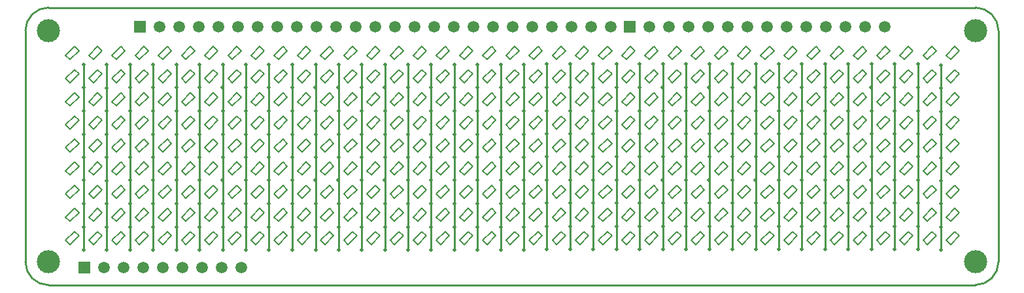
<source format=gbl>
G04*
G04 #@! TF.GenerationSoftware,Altium Limited,Altium Designer,18.1.9 (240)*
G04*
G04 Layer_Physical_Order=2*
G04 Layer_Color=16711680*
%FSLAX44Y44*%
%MOMM*%
G71*
G01*
G75*
%ADD11C,0.1270*%
%ADD12C,0.2540*%
%ADD19R,1.5000X1.5000*%
%ADD20C,1.5000*%
%ADD21C,0.5000*%
%ADD22C,3.0000*%
D11*
X1567903Y772496D02*
X1579216Y783810D01*
X1562246Y778153D02*
X1573560Y789467D01*
X1562246Y778153D02*
X1567903Y772496D01*
X1573560Y789467D02*
X1579216Y783810D01*
X1537903Y772496D02*
X1549217Y783810D01*
X1532246Y778153D02*
X1543560Y789467D01*
X1532246Y778153D02*
X1537903Y772496D01*
X1543560Y789467D02*
X1549217Y783810D01*
X1507903Y772496D02*
X1519216Y783810D01*
X1502246Y778153D02*
X1513560Y789467D01*
X1502246Y778153D02*
X1507903Y772496D01*
X1513560Y789467D02*
X1519216Y783810D01*
X1477903Y772496D02*
X1489217Y783810D01*
X1472246Y778153D02*
X1483560Y789467D01*
X1472246Y778153D02*
X1477903Y772496D01*
X1483560Y789467D02*
X1489217Y783810D01*
X1447903Y772496D02*
X1459217Y783810D01*
X1442246Y778153D02*
X1453560Y789467D01*
X1442246Y778153D02*
X1447903Y772496D01*
X1453560Y789467D02*
X1459217Y783810D01*
X1417903Y772496D02*
X1429216Y783810D01*
X1412246Y778153D02*
X1423560Y789467D01*
X1412246Y778153D02*
X1417903Y772496D01*
X1423560Y789467D02*
X1429216Y783810D01*
X1387903Y772496D02*
X1399217Y783810D01*
X1382246Y778153D02*
X1393560Y789467D01*
X1382246Y778153D02*
X1387903Y772496D01*
X1393560Y789467D02*
X1399217Y783810D01*
X1357903Y772496D02*
X1369216Y783810D01*
X1352246Y778153D02*
X1363560Y789467D01*
X1352246Y778153D02*
X1357903Y772496D01*
X1363560Y789467D02*
X1369216Y783810D01*
X1327903Y772496D02*
X1339217Y783810D01*
X1322246Y778153D02*
X1333560Y789467D01*
X1322246Y778153D02*
X1327903Y772496D01*
X1333560Y789467D02*
X1339217Y783810D01*
X1297903Y772496D02*
X1309217Y783810D01*
X1292246Y778153D02*
X1303560Y789467D01*
X1292246Y778153D02*
X1297903Y772496D01*
X1303560Y789467D02*
X1309217Y783810D01*
X1267903Y772496D02*
X1279217Y783810D01*
X1262246Y778153D02*
X1273560Y789467D01*
X1262246Y778153D02*
X1267903Y772496D01*
X1273560Y789467D02*
X1279217Y783810D01*
X1237903Y772496D02*
X1249217Y783810D01*
X1232246Y778153D02*
X1243560Y789467D01*
X1232246Y778153D02*
X1237903Y772496D01*
X1243560Y789467D02*
X1249217Y783810D01*
X1207903Y772496D02*
X1219217Y783810D01*
X1202246Y778153D02*
X1213560Y789467D01*
X1202246Y778153D02*
X1207903Y772496D01*
X1213560Y789467D02*
X1219217Y783810D01*
X1177903Y772496D02*
X1189217Y783810D01*
X1172246Y778153D02*
X1183560Y789467D01*
X1172246Y778153D02*
X1177903Y772496D01*
X1183560Y789467D02*
X1189217Y783810D01*
X1147903Y772496D02*
X1159217Y783810D01*
X1142246Y778153D02*
X1153560Y789467D01*
X1142246Y778153D02*
X1147903Y772496D01*
X1153560Y789467D02*
X1159217Y783810D01*
X1117903Y772496D02*
X1129217Y783810D01*
X1112246Y778153D02*
X1123560Y789467D01*
X1112246Y778153D02*
X1117903Y772496D01*
X1123560Y789467D02*
X1129217Y783810D01*
X1087903Y772496D02*
X1099217Y783810D01*
X1082246Y778153D02*
X1093560Y789467D01*
X1082246Y778153D02*
X1087903Y772496D01*
X1093560Y789467D02*
X1099217Y783810D01*
X1057903Y772496D02*
X1069217Y783810D01*
X1052246Y778153D02*
X1063560Y789467D01*
X1052246Y778153D02*
X1057903Y772496D01*
X1063560Y789467D02*
X1069217Y783810D01*
X1027903Y772496D02*
X1039217Y783810D01*
X1022246Y778153D02*
X1033560Y789467D01*
X1022246Y778153D02*
X1027903Y772496D01*
X1033560Y789467D02*
X1039217Y783810D01*
X997903Y772496D02*
X1009217Y783810D01*
X992246Y778153D02*
X1003560Y789467D01*
X992246Y778153D02*
X997903Y772496D01*
X1003560Y789467D02*
X1009217Y783810D01*
X967903Y772496D02*
X979217Y783810D01*
X962246Y778153D02*
X973560Y789467D01*
X962246Y778153D02*
X967903Y772496D01*
X973560Y789467D02*
X979217Y783810D01*
X937903Y772496D02*
X949217Y783810D01*
X932246Y778153D02*
X943560Y789467D01*
X932246Y778153D02*
X937903Y772496D01*
X943560Y789467D02*
X949217Y783810D01*
X907903Y772496D02*
X919217Y783810D01*
X902246Y778153D02*
X913560Y789467D01*
X902246Y778153D02*
X907903Y772496D01*
X913560Y789467D02*
X919217Y783810D01*
X877903Y772496D02*
X889217Y783810D01*
X872246Y778153D02*
X883560Y789467D01*
X872246Y778153D02*
X877903Y772496D01*
X883560Y789467D02*
X889217Y783810D01*
X847903Y772496D02*
X859217Y783810D01*
X842246Y778153D02*
X853560Y789467D01*
X842246Y778153D02*
X847903Y772496D01*
X853560Y789467D02*
X859217Y783810D01*
X817903Y772496D02*
X829217Y783810D01*
X812246Y778153D02*
X823560Y789467D01*
X812246Y778153D02*
X817903Y772496D01*
X823560Y789467D02*
X829217Y783810D01*
X787903Y772496D02*
X799217Y783810D01*
X782246Y778153D02*
X793560Y789467D01*
X782246Y778153D02*
X787903Y772496D01*
X793560Y789467D02*
X799217Y783810D01*
X757903Y772496D02*
X769217Y783810D01*
X752246Y778153D02*
X763560Y789467D01*
X752246Y778153D02*
X757903Y772496D01*
X763560Y789467D02*
X769217Y783810D01*
X727903Y772496D02*
X739217Y783810D01*
X722246Y778153D02*
X733560Y789467D01*
X722246Y778153D02*
X727903Y772496D01*
X733560Y789467D02*
X739217Y783810D01*
X697903Y772496D02*
X709217Y783810D01*
X692246Y778153D02*
X703560Y789467D01*
X692246Y778153D02*
X697903Y772496D01*
X703560Y789467D02*
X709217Y783810D01*
X667903Y772496D02*
X679217Y783810D01*
X662246Y778153D02*
X673560Y789467D01*
X662246Y778153D02*
X667903Y772496D01*
X673560Y789467D02*
X679217Y783810D01*
X637903Y772496D02*
X649217Y783810D01*
X632246Y778153D02*
X643560Y789467D01*
X632246Y778153D02*
X637903Y772496D01*
X643560Y789467D02*
X649217Y783810D01*
X607903Y772496D02*
X619217Y783810D01*
X602246Y778153D02*
X613560Y789467D01*
X602246Y778153D02*
X607903Y772496D01*
X613560Y789467D02*
X619217Y783810D01*
X577903Y772496D02*
X589217Y783810D01*
X572246Y778153D02*
X583560Y789467D01*
X572246Y778153D02*
X577903Y772496D01*
X583560Y789467D02*
X589217Y783810D01*
X547903Y772496D02*
X559217Y783810D01*
X542246Y778153D02*
X553560Y789467D01*
X542246Y778153D02*
X547903Y772496D01*
X553560Y789467D02*
X559217Y783810D01*
X517903Y772496D02*
X529217Y783810D01*
X512246Y778153D02*
X523560Y789467D01*
X512246Y778153D02*
X517903Y772496D01*
X523560Y789467D02*
X529217Y783810D01*
X487903Y772496D02*
X499217Y783810D01*
X482246Y778153D02*
X493560Y789467D01*
X482246Y778153D02*
X487903Y772496D01*
X493560Y789467D02*
X499217Y783810D01*
X457903Y772496D02*
X469217Y783810D01*
X452246Y778153D02*
X463560Y789467D01*
X452246Y778153D02*
X457903Y772496D01*
X463560Y789467D02*
X469217Y783810D01*
X427903Y772496D02*
X439217Y783810D01*
X422246Y778153D02*
X433560Y789467D01*
X422246Y778153D02*
X427903Y772496D01*
X433560Y789467D02*
X439217Y783810D01*
X1567903Y802496D02*
X1579216Y813810D01*
X1562246Y808153D02*
X1573560Y819467D01*
X1562246Y808153D02*
X1567903Y802496D01*
X1573560Y819467D02*
X1579216Y813810D01*
X1537903Y802496D02*
X1549217Y813810D01*
X1532246Y808153D02*
X1543560Y819467D01*
X1532246Y808153D02*
X1537903Y802496D01*
X1543560Y819467D02*
X1549217Y813810D01*
X1507903Y802496D02*
X1519216Y813810D01*
X1502246Y808153D02*
X1513560Y819467D01*
X1502246Y808153D02*
X1507903Y802496D01*
X1513560Y819467D02*
X1519216Y813810D01*
X1477903Y802496D02*
X1489217Y813810D01*
X1472246Y808153D02*
X1483560Y819467D01*
X1472246Y808153D02*
X1477903Y802496D01*
X1483560Y819467D02*
X1489217Y813810D01*
X1447903Y802496D02*
X1459217Y813810D01*
X1442246Y808153D02*
X1453560Y819467D01*
X1442246Y808153D02*
X1447903Y802496D01*
X1453560Y819467D02*
X1459217Y813810D01*
X1417903Y802496D02*
X1429216Y813810D01*
X1412246Y808153D02*
X1423560Y819467D01*
X1412246Y808153D02*
X1417903Y802496D01*
X1423560Y819467D02*
X1429216Y813810D01*
X1387903Y802496D02*
X1399217Y813810D01*
X1382246Y808153D02*
X1393560Y819467D01*
X1382246Y808153D02*
X1387903Y802496D01*
X1393560Y819467D02*
X1399217Y813810D01*
X1357903Y802496D02*
X1369216Y813810D01*
X1352246Y808153D02*
X1363560Y819467D01*
X1352246Y808153D02*
X1357903Y802496D01*
X1363560Y819467D02*
X1369216Y813810D01*
X1327903Y802496D02*
X1339217Y813810D01*
X1322246Y808153D02*
X1333560Y819467D01*
X1322246Y808153D02*
X1327903Y802496D01*
X1333560Y819467D02*
X1339217Y813810D01*
X1297903Y802496D02*
X1309217Y813810D01*
X1292246Y808153D02*
X1303560Y819467D01*
X1292246Y808153D02*
X1297903Y802496D01*
X1303560Y819467D02*
X1309217Y813810D01*
X1267903Y802496D02*
X1279217Y813810D01*
X1262246Y808153D02*
X1273560Y819467D01*
X1262246Y808153D02*
X1267903Y802496D01*
X1273560Y819467D02*
X1279217Y813810D01*
X1237903Y802496D02*
X1249217Y813810D01*
X1232246Y808153D02*
X1243560Y819467D01*
X1232246Y808153D02*
X1237903Y802496D01*
X1243560Y819467D02*
X1249217Y813810D01*
X1207903Y802496D02*
X1219217Y813810D01*
X1202246Y808153D02*
X1213560Y819467D01*
X1202246Y808153D02*
X1207903Y802496D01*
X1213560Y819467D02*
X1219217Y813810D01*
X1177903Y802496D02*
X1189217Y813810D01*
X1172246Y808153D02*
X1183560Y819467D01*
X1172246Y808153D02*
X1177903Y802496D01*
X1183560Y819467D02*
X1189217Y813810D01*
X1147903Y802496D02*
X1159217Y813810D01*
X1142246Y808153D02*
X1153560Y819467D01*
X1142246Y808153D02*
X1147903Y802496D01*
X1153560Y819467D02*
X1159217Y813810D01*
X1117903Y802496D02*
X1129217Y813810D01*
X1112246Y808153D02*
X1123560Y819467D01*
X1112246Y808153D02*
X1117903Y802496D01*
X1123560Y819467D02*
X1129217Y813810D01*
X1087903Y802496D02*
X1099217Y813810D01*
X1082246Y808153D02*
X1093560Y819467D01*
X1082246Y808153D02*
X1087903Y802496D01*
X1093560Y819467D02*
X1099217Y813810D01*
X1057903Y802496D02*
X1069217Y813810D01*
X1052246Y808153D02*
X1063560Y819467D01*
X1052246Y808153D02*
X1057903Y802496D01*
X1063560Y819467D02*
X1069217Y813810D01*
X1027903Y802496D02*
X1039217Y813810D01*
X1022246Y808153D02*
X1033560Y819467D01*
X1022246Y808153D02*
X1027903Y802496D01*
X1033560Y819467D02*
X1039217Y813810D01*
X997903Y802496D02*
X1009217Y813810D01*
X992246Y808153D02*
X1003560Y819467D01*
X992246Y808153D02*
X997903Y802496D01*
X1003560Y819467D02*
X1009217Y813810D01*
X967903Y802496D02*
X979217Y813810D01*
X962246Y808153D02*
X973560Y819467D01*
X962246Y808153D02*
X967903Y802496D01*
X973560Y819467D02*
X979217Y813810D01*
X937903Y802496D02*
X949217Y813810D01*
X932246Y808153D02*
X943560Y819467D01*
X932246Y808153D02*
X937903Y802496D01*
X943560Y819467D02*
X949217Y813810D01*
X907903Y802496D02*
X919217Y813810D01*
X902246Y808153D02*
X913560Y819467D01*
X902246Y808153D02*
X907903Y802496D01*
X913560Y819467D02*
X919217Y813810D01*
X877903Y802496D02*
X889217Y813810D01*
X872246Y808153D02*
X883560Y819467D01*
X872246Y808153D02*
X877903Y802496D01*
X883560Y819467D02*
X889217Y813810D01*
X847903Y802496D02*
X859217Y813810D01*
X842246Y808153D02*
X853560Y819467D01*
X842246Y808153D02*
X847903Y802496D01*
X853560Y819467D02*
X859217Y813810D01*
X817903Y802496D02*
X829217Y813810D01*
X812246Y808153D02*
X823560Y819467D01*
X812246Y808153D02*
X817903Y802496D01*
X823560Y819467D02*
X829217Y813810D01*
X787903Y802496D02*
X799217Y813810D01*
X782246Y808153D02*
X793560Y819467D01*
X782246Y808153D02*
X787903Y802496D01*
X793560Y819467D02*
X799217Y813810D01*
X757903Y802496D02*
X769217Y813810D01*
X752246Y808153D02*
X763560Y819467D01*
X752246Y808153D02*
X757903Y802496D01*
X763560Y819467D02*
X769217Y813810D01*
X727903Y802496D02*
X739217Y813810D01*
X722246Y808153D02*
X733560Y819467D01*
X722246Y808153D02*
X727903Y802496D01*
X733560Y819467D02*
X739217Y813810D01*
X697903Y802496D02*
X709217Y813810D01*
X692246Y808153D02*
X703560Y819467D01*
X692246Y808153D02*
X697903Y802496D01*
X703560Y819467D02*
X709217Y813810D01*
X667903Y802496D02*
X679217Y813810D01*
X662246Y808153D02*
X673560Y819467D01*
X662246Y808153D02*
X667903Y802496D01*
X673560Y819467D02*
X679217Y813810D01*
X637903Y802496D02*
X649217Y813810D01*
X632246Y808153D02*
X643560Y819467D01*
X632246Y808153D02*
X637903Y802496D01*
X643560Y819467D02*
X649217Y813810D01*
X607903Y802496D02*
X619217Y813810D01*
X602246Y808153D02*
X613560Y819467D01*
X602246Y808153D02*
X607903Y802496D01*
X613560Y819467D02*
X619217Y813810D01*
X577903Y802496D02*
X589217Y813810D01*
X572246Y808153D02*
X583560Y819467D01*
X572246Y808153D02*
X577903Y802496D01*
X583560Y819467D02*
X589217Y813810D01*
X547903Y802496D02*
X559217Y813810D01*
X542246Y808153D02*
X553560Y819467D01*
X542246Y808153D02*
X547903Y802496D01*
X553560Y819467D02*
X559217Y813810D01*
X517903Y802496D02*
X529217Y813810D01*
X512246Y808153D02*
X523560Y819467D01*
X512246Y808153D02*
X517903Y802496D01*
X523560Y819467D02*
X529217Y813810D01*
X487903Y802496D02*
X499217Y813810D01*
X482246Y808153D02*
X493560Y819467D01*
X482246Y808153D02*
X487903Y802496D01*
X493560Y819467D02*
X499217Y813810D01*
X457903Y802496D02*
X469217Y813810D01*
X452246Y808153D02*
X463560Y819467D01*
X452246Y808153D02*
X457903Y802496D01*
X463560Y819467D02*
X469217Y813810D01*
X427903Y802496D02*
X439217Y813810D01*
X422246Y808153D02*
X433560Y819467D01*
X422246Y808153D02*
X427903Y802496D01*
X433560Y819467D02*
X439217Y813810D01*
X1567903Y832496D02*
X1579216Y843810D01*
X1562246Y838153D02*
X1573560Y849467D01*
X1562246Y838153D02*
X1567903Y832496D01*
X1573560Y849467D02*
X1579216Y843810D01*
X1537903Y832496D02*
X1549217Y843810D01*
X1532246Y838153D02*
X1543560Y849467D01*
X1532246Y838153D02*
X1537903Y832496D01*
X1543560Y849467D02*
X1549217Y843810D01*
X1507903Y832496D02*
X1519216Y843810D01*
X1502246Y838153D02*
X1513560Y849467D01*
X1502246Y838153D02*
X1507903Y832496D01*
X1513560Y849467D02*
X1519216Y843810D01*
X1477903Y832496D02*
X1489217Y843810D01*
X1472246Y838153D02*
X1483560Y849467D01*
X1472246Y838153D02*
X1477903Y832496D01*
X1483560Y849467D02*
X1489217Y843810D01*
X1447903Y832496D02*
X1459217Y843810D01*
X1442246Y838153D02*
X1453560Y849467D01*
X1442246Y838153D02*
X1447903Y832496D01*
X1453560Y849467D02*
X1459217Y843810D01*
X1417903Y832496D02*
X1429216Y843810D01*
X1412246Y838153D02*
X1423560Y849467D01*
X1412246Y838153D02*
X1417903Y832496D01*
X1423560Y849467D02*
X1429216Y843810D01*
X1387903Y832496D02*
X1399217Y843810D01*
X1382246Y838153D02*
X1393560Y849467D01*
X1382246Y838153D02*
X1387903Y832496D01*
X1393560Y849467D02*
X1399217Y843810D01*
X1357903Y832496D02*
X1369216Y843810D01*
X1352246Y838153D02*
X1363560Y849467D01*
X1352246Y838153D02*
X1357903Y832496D01*
X1363560Y849467D02*
X1369216Y843810D01*
X1327903Y832496D02*
X1339217Y843810D01*
X1322246Y838153D02*
X1333560Y849467D01*
X1322246Y838153D02*
X1327903Y832496D01*
X1333560Y849467D02*
X1339217Y843810D01*
X1297903Y832496D02*
X1309217Y843810D01*
X1292246Y838153D02*
X1303560Y849467D01*
X1292246Y838153D02*
X1297903Y832496D01*
X1303560Y849467D02*
X1309217Y843810D01*
X1267903Y832496D02*
X1279217Y843810D01*
X1262246Y838153D02*
X1273560Y849467D01*
X1262246Y838153D02*
X1267903Y832496D01*
X1273560Y849467D02*
X1279217Y843810D01*
X1237903Y832496D02*
X1249217Y843810D01*
X1232246Y838153D02*
X1243560Y849467D01*
X1232246Y838153D02*
X1237903Y832496D01*
X1243560Y849467D02*
X1249217Y843810D01*
X1207903Y832496D02*
X1219217Y843810D01*
X1202246Y838153D02*
X1213560Y849467D01*
X1202246Y838153D02*
X1207903Y832496D01*
X1213560Y849467D02*
X1219217Y843810D01*
X1177903Y832496D02*
X1189217Y843810D01*
X1172246Y838153D02*
X1183560Y849467D01*
X1172246Y838153D02*
X1177903Y832496D01*
X1183560Y849467D02*
X1189217Y843810D01*
X1147903Y832496D02*
X1159217Y843810D01*
X1142246Y838153D02*
X1153560Y849467D01*
X1142246Y838153D02*
X1147903Y832496D01*
X1153560Y849467D02*
X1159217Y843810D01*
X1117903Y832496D02*
X1129217Y843810D01*
X1112246Y838153D02*
X1123560Y849467D01*
X1112246Y838153D02*
X1117903Y832496D01*
X1123560Y849467D02*
X1129217Y843810D01*
X1087903Y832496D02*
X1099217Y843810D01*
X1082246Y838153D02*
X1093560Y849467D01*
X1082246Y838153D02*
X1087903Y832496D01*
X1093560Y849467D02*
X1099217Y843810D01*
X1057903Y832496D02*
X1069217Y843810D01*
X1052246Y838153D02*
X1063560Y849467D01*
X1052246Y838153D02*
X1057903Y832496D01*
X1063560Y849467D02*
X1069217Y843810D01*
X1027903Y832496D02*
X1039217Y843810D01*
X1022246Y838153D02*
X1033560Y849467D01*
X1022246Y838153D02*
X1027903Y832496D01*
X1033560Y849467D02*
X1039217Y843810D01*
X997903Y832496D02*
X1009217Y843810D01*
X992246Y838153D02*
X1003560Y849467D01*
X992246Y838153D02*
X997903Y832496D01*
X1003560Y849467D02*
X1009217Y843810D01*
X967903Y832496D02*
X979217Y843810D01*
X962246Y838153D02*
X973560Y849467D01*
X962246Y838153D02*
X967903Y832496D01*
X973560Y849467D02*
X979217Y843810D01*
X937903Y832496D02*
X949217Y843810D01*
X932246Y838153D02*
X943560Y849467D01*
X932246Y838153D02*
X937903Y832496D01*
X943560Y849467D02*
X949217Y843810D01*
X907903Y832496D02*
X919217Y843810D01*
X902246Y838153D02*
X913560Y849467D01*
X902246Y838153D02*
X907903Y832496D01*
X913560Y849467D02*
X919217Y843810D01*
X877903Y832496D02*
X889217Y843810D01*
X872246Y838153D02*
X883560Y849467D01*
X872246Y838153D02*
X877903Y832496D01*
X883560Y849467D02*
X889217Y843810D01*
X847903Y832496D02*
X859217Y843810D01*
X842246Y838153D02*
X853560Y849467D01*
X842246Y838153D02*
X847903Y832496D01*
X853560Y849467D02*
X859217Y843810D01*
X817903Y832496D02*
X829217Y843810D01*
X812246Y838153D02*
X823560Y849467D01*
X812246Y838153D02*
X817903Y832496D01*
X823560Y849467D02*
X829217Y843810D01*
X787903Y832496D02*
X799217Y843810D01*
X782246Y838153D02*
X793560Y849467D01*
X782246Y838153D02*
X787903Y832496D01*
X793560Y849467D02*
X799217Y843810D01*
X757903Y832496D02*
X769217Y843810D01*
X752246Y838153D02*
X763560Y849467D01*
X752246Y838153D02*
X757903Y832496D01*
X763560Y849467D02*
X769217Y843810D01*
X727903Y832496D02*
X739217Y843810D01*
X722246Y838153D02*
X733560Y849467D01*
X722246Y838153D02*
X727903Y832496D01*
X733560Y849467D02*
X739217Y843810D01*
X697903Y832496D02*
X709217Y843810D01*
X692246Y838153D02*
X703560Y849467D01*
X692246Y838153D02*
X697903Y832496D01*
X703560Y849467D02*
X709217Y843810D01*
X667903Y832496D02*
X679217Y843810D01*
X662246Y838153D02*
X673560Y849467D01*
X662246Y838153D02*
X667903Y832496D01*
X673560Y849467D02*
X679217Y843810D01*
X637903Y832496D02*
X649217Y843810D01*
X632246Y838153D02*
X643560Y849467D01*
X632246Y838153D02*
X637903Y832496D01*
X643560Y849467D02*
X649217Y843810D01*
X607903Y832496D02*
X619217Y843810D01*
X602246Y838153D02*
X613560Y849467D01*
X602246Y838153D02*
X607903Y832496D01*
X613560Y849467D02*
X619217Y843810D01*
X577903Y832496D02*
X589217Y843810D01*
X572246Y838153D02*
X583560Y849467D01*
X572246Y838153D02*
X577903Y832496D01*
X583560Y849467D02*
X589217Y843810D01*
X547903Y832496D02*
X559217Y843810D01*
X542246Y838153D02*
X553560Y849467D01*
X542246Y838153D02*
X547903Y832496D01*
X553560Y849467D02*
X559217Y843810D01*
X517903Y832496D02*
X529217Y843810D01*
X512246Y838153D02*
X523560Y849467D01*
X512246Y838153D02*
X517903Y832496D01*
X523560Y849467D02*
X529217Y843810D01*
X487903Y832496D02*
X499217Y843810D01*
X482246Y838153D02*
X493560Y849467D01*
X482246Y838153D02*
X487903Y832496D01*
X493560Y849467D02*
X499217Y843810D01*
X457903Y832496D02*
X469217Y843810D01*
X452246Y838153D02*
X463560Y849467D01*
X452246Y838153D02*
X457903Y832496D01*
X463560Y849467D02*
X469217Y843810D01*
X427903Y832496D02*
X439217Y843810D01*
X422246Y838153D02*
X433560Y849467D01*
X422246Y838153D02*
X427903Y832496D01*
X433560Y849467D02*
X439217Y843810D01*
X1567903Y862496D02*
X1579216Y873810D01*
X1562246Y868153D02*
X1573560Y879467D01*
X1562246Y868153D02*
X1567903Y862496D01*
X1573560Y879467D02*
X1579216Y873810D01*
X1537903Y862496D02*
X1549217Y873810D01*
X1532246Y868153D02*
X1543560Y879467D01*
X1532246Y868153D02*
X1537903Y862496D01*
X1543560Y879467D02*
X1549217Y873810D01*
X1507903Y862496D02*
X1519216Y873810D01*
X1502246Y868153D02*
X1513560Y879467D01*
X1502246Y868153D02*
X1507903Y862496D01*
X1513560Y879467D02*
X1519216Y873810D01*
X1477903Y862496D02*
X1489217Y873810D01*
X1472246Y868153D02*
X1483560Y879467D01*
X1472246Y868153D02*
X1477903Y862496D01*
X1483560Y879467D02*
X1489217Y873810D01*
X1447903Y862496D02*
X1459217Y873810D01*
X1442246Y868153D02*
X1453560Y879467D01*
X1442246Y868153D02*
X1447903Y862496D01*
X1453560Y879467D02*
X1459217Y873810D01*
X1417903Y862496D02*
X1429216Y873810D01*
X1412246Y868153D02*
X1423560Y879467D01*
X1412246Y868153D02*
X1417903Y862496D01*
X1423560Y879467D02*
X1429216Y873810D01*
X1387903Y862496D02*
X1399217Y873810D01*
X1382246Y868153D02*
X1393560Y879467D01*
X1382246Y868153D02*
X1387903Y862496D01*
X1393560Y879467D02*
X1399217Y873810D01*
X1357903Y862496D02*
X1369216Y873810D01*
X1352246Y868153D02*
X1363560Y879467D01*
X1352246Y868153D02*
X1357903Y862496D01*
X1363560Y879467D02*
X1369216Y873810D01*
X1327903Y862496D02*
X1339217Y873810D01*
X1322246Y868153D02*
X1333560Y879467D01*
X1322246Y868153D02*
X1327903Y862496D01*
X1333560Y879467D02*
X1339217Y873810D01*
X1297903Y862496D02*
X1309217Y873810D01*
X1292246Y868153D02*
X1303560Y879467D01*
X1292246Y868153D02*
X1297903Y862496D01*
X1303560Y879467D02*
X1309217Y873810D01*
X1267903Y862496D02*
X1279217Y873810D01*
X1262246Y868153D02*
X1273560Y879467D01*
X1262246Y868153D02*
X1267903Y862496D01*
X1273560Y879467D02*
X1279217Y873810D01*
X1237903Y862496D02*
X1249217Y873810D01*
X1232246Y868153D02*
X1243560Y879467D01*
X1232246Y868153D02*
X1237903Y862496D01*
X1243560Y879467D02*
X1249217Y873810D01*
X1207903Y862496D02*
X1219217Y873810D01*
X1202246Y868153D02*
X1213560Y879467D01*
X1202246Y868153D02*
X1207903Y862496D01*
X1213560Y879467D02*
X1219217Y873810D01*
X1177903Y862496D02*
X1189217Y873810D01*
X1172246Y868153D02*
X1183560Y879467D01*
X1172246Y868153D02*
X1177903Y862496D01*
X1183560Y879467D02*
X1189217Y873810D01*
X1147903Y862496D02*
X1159217Y873810D01*
X1142246Y868153D02*
X1153560Y879467D01*
X1142246Y868153D02*
X1147903Y862496D01*
X1153560Y879467D02*
X1159217Y873810D01*
X1117903Y862496D02*
X1129217Y873810D01*
X1112246Y868153D02*
X1123560Y879467D01*
X1112246Y868153D02*
X1117903Y862496D01*
X1123560Y879467D02*
X1129217Y873810D01*
X1087903Y862496D02*
X1099217Y873810D01*
X1082246Y868153D02*
X1093560Y879467D01*
X1082246Y868153D02*
X1087903Y862496D01*
X1093560Y879467D02*
X1099217Y873810D01*
X1057903Y862496D02*
X1069217Y873810D01*
X1052246Y868153D02*
X1063560Y879467D01*
X1052246Y868153D02*
X1057903Y862496D01*
X1063560Y879467D02*
X1069217Y873810D01*
X1027903Y862496D02*
X1039217Y873810D01*
X1022246Y868153D02*
X1033560Y879467D01*
X1022246Y868153D02*
X1027903Y862496D01*
X1033560Y879467D02*
X1039217Y873810D01*
X997903Y862496D02*
X1009217Y873810D01*
X992246Y868153D02*
X1003560Y879467D01*
X992246Y868153D02*
X997903Y862496D01*
X1003560Y879467D02*
X1009217Y873810D01*
X967903Y862496D02*
X979217Y873810D01*
X962246Y868153D02*
X973560Y879467D01*
X962246Y868153D02*
X967903Y862496D01*
X973560Y879467D02*
X979217Y873810D01*
X937903Y862496D02*
X949217Y873810D01*
X932246Y868153D02*
X943560Y879467D01*
X932246Y868153D02*
X937903Y862496D01*
X943560Y879467D02*
X949217Y873810D01*
X907903Y862496D02*
X919217Y873810D01*
X902246Y868153D02*
X913560Y879467D01*
X902246Y868153D02*
X907903Y862496D01*
X913560Y879467D02*
X919217Y873810D01*
X877903Y862496D02*
X889217Y873810D01*
X872246Y868153D02*
X883560Y879467D01*
X872246Y868153D02*
X877903Y862496D01*
X883560Y879467D02*
X889217Y873810D01*
X847903Y862496D02*
X859217Y873810D01*
X842246Y868153D02*
X853560Y879467D01*
X842246Y868153D02*
X847903Y862496D01*
X853560Y879467D02*
X859217Y873810D01*
X817903Y862496D02*
X829217Y873810D01*
X812246Y868153D02*
X823560Y879467D01*
X812246Y868153D02*
X817903Y862496D01*
X823560Y879467D02*
X829217Y873810D01*
X787903Y862496D02*
X799217Y873810D01*
X782246Y868153D02*
X793560Y879467D01*
X782246Y868153D02*
X787903Y862496D01*
X793560Y879467D02*
X799217Y873810D01*
X757903Y862496D02*
X769217Y873810D01*
X752246Y868153D02*
X763560Y879467D01*
X752246Y868153D02*
X757903Y862496D01*
X763560Y879467D02*
X769217Y873810D01*
X727903Y862496D02*
X739217Y873810D01*
X722246Y868153D02*
X733560Y879467D01*
X722246Y868153D02*
X727903Y862496D01*
X733560Y879467D02*
X739217Y873810D01*
X697903Y862496D02*
X709217Y873810D01*
X692246Y868153D02*
X703560Y879467D01*
X692246Y868153D02*
X697903Y862496D01*
X703560Y879467D02*
X709217Y873810D01*
X667903Y862496D02*
X679217Y873810D01*
X662246Y868153D02*
X673560Y879467D01*
X662246Y868153D02*
X667903Y862496D01*
X673560Y879467D02*
X679217Y873810D01*
X637903Y862496D02*
X649217Y873810D01*
X632246Y868153D02*
X643560Y879467D01*
X632246Y868153D02*
X637903Y862496D01*
X643560Y879467D02*
X649217Y873810D01*
X607903Y862496D02*
X619217Y873810D01*
X602246Y868153D02*
X613560Y879467D01*
X602246Y868153D02*
X607903Y862496D01*
X613560Y879467D02*
X619217Y873810D01*
X577903Y862496D02*
X589217Y873810D01*
X572246Y868153D02*
X583560Y879467D01*
X572246Y868153D02*
X577903Y862496D01*
X583560Y879467D02*
X589217Y873810D01*
X547903Y862496D02*
X559217Y873810D01*
X542246Y868153D02*
X553560Y879467D01*
X542246Y868153D02*
X547903Y862496D01*
X553560Y879467D02*
X559217Y873810D01*
X517903Y862496D02*
X529217Y873810D01*
X512246Y868153D02*
X523560Y879467D01*
X512246Y868153D02*
X517903Y862496D01*
X523560Y879467D02*
X529217Y873810D01*
X487903Y862496D02*
X499217Y873810D01*
X482246Y868153D02*
X493560Y879467D01*
X482246Y868153D02*
X487903Y862496D01*
X493560Y879467D02*
X499217Y873810D01*
X457903Y862496D02*
X469217Y873810D01*
X452246Y868153D02*
X463560Y879467D01*
X452246Y868153D02*
X457903Y862496D01*
X463560Y879467D02*
X469217Y873810D01*
X427903Y862496D02*
X439217Y873810D01*
X422246Y868153D02*
X433560Y879467D01*
X422246Y868153D02*
X427903Y862496D01*
X433560Y879467D02*
X439217Y873810D01*
X1567903Y892496D02*
X1579216Y903810D01*
X1562246Y898153D02*
X1573560Y909467D01*
X1562246Y898153D02*
X1567903Y892496D01*
X1573560Y909467D02*
X1579216Y903810D01*
X1537903Y892496D02*
X1549217Y903810D01*
X1532246Y898153D02*
X1543560Y909467D01*
X1532246Y898153D02*
X1537903Y892496D01*
X1543560Y909467D02*
X1549217Y903810D01*
X1507903Y892496D02*
X1519216Y903810D01*
X1502246Y898153D02*
X1513560Y909467D01*
X1502246Y898153D02*
X1507903Y892496D01*
X1513560Y909467D02*
X1519216Y903810D01*
X1477903Y892496D02*
X1489217Y903810D01*
X1472246Y898153D02*
X1483560Y909467D01*
X1472246Y898153D02*
X1477903Y892496D01*
X1483560Y909467D02*
X1489217Y903810D01*
X1447903Y892496D02*
X1459217Y903810D01*
X1442246Y898153D02*
X1453560Y909467D01*
X1442246Y898153D02*
X1447903Y892496D01*
X1453560Y909467D02*
X1459217Y903810D01*
X1417903Y892496D02*
X1429216Y903810D01*
X1412246Y898153D02*
X1423560Y909467D01*
X1412246Y898153D02*
X1417903Y892496D01*
X1423560Y909467D02*
X1429216Y903810D01*
X1387903Y892496D02*
X1399217Y903810D01*
X1382246Y898153D02*
X1393560Y909467D01*
X1382246Y898153D02*
X1387903Y892496D01*
X1393560Y909467D02*
X1399217Y903810D01*
X1357903Y892496D02*
X1369216Y903810D01*
X1352246Y898153D02*
X1363560Y909467D01*
X1352246Y898153D02*
X1357903Y892496D01*
X1363560Y909467D02*
X1369216Y903810D01*
X1327903Y892496D02*
X1339217Y903810D01*
X1322246Y898153D02*
X1333560Y909467D01*
X1322246Y898153D02*
X1327903Y892496D01*
X1333560Y909467D02*
X1339217Y903810D01*
X1297903Y892496D02*
X1309217Y903810D01*
X1292246Y898153D02*
X1303560Y909467D01*
X1292246Y898153D02*
X1297903Y892496D01*
X1303560Y909467D02*
X1309217Y903810D01*
X1267903Y892496D02*
X1279217Y903810D01*
X1262246Y898153D02*
X1273560Y909467D01*
X1262246Y898153D02*
X1267903Y892496D01*
X1273560Y909467D02*
X1279217Y903810D01*
X1237903Y892496D02*
X1249217Y903810D01*
X1232246Y898153D02*
X1243560Y909467D01*
X1232246Y898153D02*
X1237903Y892496D01*
X1243560Y909467D02*
X1249217Y903810D01*
X1207903Y892496D02*
X1219217Y903810D01*
X1202246Y898153D02*
X1213560Y909467D01*
X1202246Y898153D02*
X1207903Y892496D01*
X1213560Y909467D02*
X1219217Y903810D01*
X1177903Y892496D02*
X1189217Y903810D01*
X1172246Y898153D02*
X1183560Y909467D01*
X1172246Y898153D02*
X1177903Y892496D01*
X1183560Y909467D02*
X1189217Y903810D01*
X1147903Y892496D02*
X1159217Y903810D01*
X1142246Y898153D02*
X1153560Y909467D01*
X1142246Y898153D02*
X1147903Y892496D01*
X1153560Y909467D02*
X1159217Y903810D01*
X1117903Y892496D02*
X1129217Y903810D01*
X1112246Y898153D02*
X1123560Y909467D01*
X1112246Y898153D02*
X1117903Y892496D01*
X1123560Y909467D02*
X1129217Y903810D01*
X1087903Y892496D02*
X1099217Y903810D01*
X1082246Y898153D02*
X1093560Y909467D01*
X1082246Y898153D02*
X1087903Y892496D01*
X1093560Y909467D02*
X1099217Y903810D01*
X1057903Y892496D02*
X1069217Y903810D01*
X1052246Y898153D02*
X1063560Y909467D01*
X1052246Y898153D02*
X1057903Y892496D01*
X1063560Y909467D02*
X1069217Y903810D01*
X1027903Y892496D02*
X1039217Y903810D01*
X1022246Y898153D02*
X1033560Y909467D01*
X1022246Y898153D02*
X1027903Y892496D01*
X1033560Y909467D02*
X1039217Y903810D01*
X997903Y892496D02*
X1009217Y903810D01*
X992246Y898153D02*
X1003560Y909467D01*
X992246Y898153D02*
X997903Y892496D01*
X1003560Y909467D02*
X1009217Y903810D01*
X967903Y892496D02*
X979217Y903810D01*
X962246Y898153D02*
X973560Y909467D01*
X962246Y898153D02*
X967903Y892496D01*
X973560Y909467D02*
X979217Y903810D01*
X937903Y892496D02*
X949217Y903810D01*
X932246Y898153D02*
X943560Y909467D01*
X932246Y898153D02*
X937903Y892496D01*
X943560Y909467D02*
X949217Y903810D01*
X907903Y892496D02*
X919217Y903810D01*
X902246Y898153D02*
X913560Y909467D01*
X902246Y898153D02*
X907903Y892496D01*
X913560Y909467D02*
X919217Y903810D01*
X877903Y892496D02*
X889217Y903810D01*
X872246Y898153D02*
X883560Y909467D01*
X872246Y898153D02*
X877903Y892496D01*
X883560Y909467D02*
X889217Y903810D01*
X847903Y892496D02*
X859217Y903810D01*
X842246Y898153D02*
X853560Y909467D01*
X842246Y898153D02*
X847903Y892496D01*
X853560Y909467D02*
X859217Y903810D01*
X817903Y892496D02*
X829217Y903810D01*
X812246Y898153D02*
X823560Y909467D01*
X812246Y898153D02*
X817903Y892496D01*
X823560Y909467D02*
X829217Y903810D01*
X787903Y892496D02*
X799217Y903810D01*
X782246Y898153D02*
X793560Y909467D01*
X782246Y898153D02*
X787903Y892496D01*
X793560Y909467D02*
X799217Y903810D01*
X757903Y892496D02*
X769217Y903810D01*
X752246Y898153D02*
X763560Y909467D01*
X752246Y898153D02*
X757903Y892496D01*
X763560Y909467D02*
X769217Y903810D01*
X727903Y892496D02*
X739217Y903810D01*
X722246Y898153D02*
X733560Y909467D01*
X722246Y898153D02*
X727903Y892496D01*
X733560Y909467D02*
X739217Y903810D01*
X697903Y892496D02*
X709217Y903810D01*
X692246Y898153D02*
X703560Y909467D01*
X692246Y898153D02*
X697903Y892496D01*
X703560Y909467D02*
X709217Y903810D01*
X667903Y892496D02*
X679217Y903810D01*
X662246Y898153D02*
X673560Y909467D01*
X662246Y898153D02*
X667903Y892496D01*
X673560Y909467D02*
X679217Y903810D01*
X637903Y892496D02*
X649217Y903810D01*
X632246Y898153D02*
X643560Y909467D01*
X632246Y898153D02*
X637903Y892496D01*
X643560Y909467D02*
X649217Y903810D01*
X607903Y892496D02*
X619217Y903810D01*
X602246Y898153D02*
X613560Y909467D01*
X602246Y898153D02*
X607903Y892496D01*
X613560Y909467D02*
X619217Y903810D01*
X577903Y892496D02*
X589217Y903810D01*
X572246Y898153D02*
X583560Y909467D01*
X572246Y898153D02*
X577903Y892496D01*
X583560Y909467D02*
X589217Y903810D01*
X547903Y892496D02*
X559217Y903810D01*
X542246Y898153D02*
X553560Y909467D01*
X542246Y898153D02*
X547903Y892496D01*
X553560Y909467D02*
X559217Y903810D01*
X517903Y892496D02*
X529217Y903810D01*
X512246Y898153D02*
X523560Y909467D01*
X512246Y898153D02*
X517903Y892496D01*
X523560Y909467D02*
X529217Y903810D01*
X487903Y892496D02*
X499217Y903810D01*
X482246Y898153D02*
X493560Y909467D01*
X482246Y898153D02*
X487903Y892496D01*
X493560Y909467D02*
X499217Y903810D01*
X457903Y892496D02*
X469217Y903810D01*
X452246Y898153D02*
X463560Y909467D01*
X452246Y898153D02*
X457903Y892496D01*
X463560Y909467D02*
X469217Y903810D01*
X427903Y892496D02*
X439217Y903810D01*
X422246Y898153D02*
X433560Y909467D01*
X422246Y898153D02*
X427903Y892496D01*
X433560Y909467D02*
X439217Y903810D01*
X1567903Y922496D02*
X1579216Y933810D01*
X1562246Y928153D02*
X1573560Y939467D01*
X1562246Y928153D02*
X1567903Y922496D01*
X1573560Y939467D02*
X1579216Y933810D01*
X1537903Y922496D02*
X1549217Y933810D01*
X1532246Y928153D02*
X1543560Y939467D01*
X1532246Y928153D02*
X1537903Y922496D01*
X1543560Y939467D02*
X1549217Y933810D01*
X1507903Y922496D02*
X1519216Y933810D01*
X1502246Y928153D02*
X1513560Y939467D01*
X1502246Y928153D02*
X1507903Y922496D01*
X1513560Y939467D02*
X1519216Y933810D01*
X1477903Y922496D02*
X1489217Y933810D01*
X1472246Y928153D02*
X1483560Y939467D01*
X1472246Y928153D02*
X1477903Y922496D01*
X1483560Y939467D02*
X1489217Y933810D01*
X1447903Y922496D02*
X1459217Y933810D01*
X1442246Y928153D02*
X1453560Y939467D01*
X1442246Y928153D02*
X1447903Y922496D01*
X1453560Y939467D02*
X1459217Y933810D01*
X1417903Y922496D02*
X1429216Y933810D01*
X1412246Y928153D02*
X1423560Y939467D01*
X1412246Y928153D02*
X1417903Y922496D01*
X1423560Y939467D02*
X1429216Y933810D01*
X1387903Y922496D02*
X1399217Y933810D01*
X1382246Y928153D02*
X1393560Y939467D01*
X1382246Y928153D02*
X1387903Y922496D01*
X1393560Y939467D02*
X1399217Y933810D01*
X1357903Y922496D02*
X1369216Y933810D01*
X1352246Y928153D02*
X1363560Y939467D01*
X1352246Y928153D02*
X1357903Y922496D01*
X1363560Y939467D02*
X1369216Y933810D01*
X1327903Y922496D02*
X1339217Y933810D01*
X1322246Y928153D02*
X1333560Y939467D01*
X1322246Y928153D02*
X1327903Y922496D01*
X1333560Y939467D02*
X1339217Y933810D01*
X1297903Y922496D02*
X1309217Y933810D01*
X1292246Y928153D02*
X1303560Y939467D01*
X1292246Y928153D02*
X1297903Y922496D01*
X1303560Y939467D02*
X1309217Y933810D01*
X1267903Y922496D02*
X1279217Y933810D01*
X1262246Y928153D02*
X1273560Y939467D01*
X1262246Y928153D02*
X1267903Y922496D01*
X1273560Y939467D02*
X1279217Y933810D01*
X1237903Y922496D02*
X1249217Y933810D01*
X1232246Y928153D02*
X1243560Y939467D01*
X1232246Y928153D02*
X1237903Y922496D01*
X1243560Y939467D02*
X1249217Y933810D01*
X1207903Y922496D02*
X1219217Y933810D01*
X1202246Y928153D02*
X1213560Y939467D01*
X1202246Y928153D02*
X1207903Y922496D01*
X1213560Y939467D02*
X1219217Y933810D01*
X1177903Y922496D02*
X1189217Y933810D01*
X1172246Y928153D02*
X1183560Y939467D01*
X1172246Y928153D02*
X1177903Y922496D01*
X1183560Y939467D02*
X1189217Y933810D01*
X1147903Y922496D02*
X1159217Y933810D01*
X1142246Y928153D02*
X1153560Y939467D01*
X1142246Y928153D02*
X1147903Y922496D01*
X1153560Y939467D02*
X1159217Y933810D01*
X1117903Y922496D02*
X1129217Y933810D01*
X1112246Y928153D02*
X1123560Y939467D01*
X1112246Y928153D02*
X1117903Y922496D01*
X1123560Y939467D02*
X1129217Y933810D01*
X1087903Y922496D02*
X1099217Y933810D01*
X1082246Y928153D02*
X1093560Y939467D01*
X1082246Y928153D02*
X1087903Y922496D01*
X1093560Y939467D02*
X1099217Y933810D01*
X1057903Y922496D02*
X1069217Y933810D01*
X1052246Y928153D02*
X1063560Y939467D01*
X1052246Y928153D02*
X1057903Y922496D01*
X1063560Y939467D02*
X1069217Y933810D01*
X1027903Y922496D02*
X1039217Y933810D01*
X1022246Y928153D02*
X1033560Y939467D01*
X1022246Y928153D02*
X1027903Y922496D01*
X1033560Y939467D02*
X1039217Y933810D01*
X997903Y922496D02*
X1009217Y933810D01*
X992246Y928153D02*
X1003560Y939467D01*
X992246Y928153D02*
X997903Y922496D01*
X1003560Y939467D02*
X1009217Y933810D01*
X967903Y922496D02*
X979217Y933810D01*
X962246Y928153D02*
X973560Y939467D01*
X962246Y928153D02*
X967903Y922496D01*
X973560Y939467D02*
X979217Y933810D01*
X937903Y922496D02*
X949217Y933810D01*
X932246Y928153D02*
X943560Y939467D01*
X932246Y928153D02*
X937903Y922496D01*
X943560Y939467D02*
X949217Y933810D01*
X907903Y922496D02*
X919217Y933810D01*
X902246Y928153D02*
X913560Y939467D01*
X902246Y928153D02*
X907903Y922496D01*
X913560Y939467D02*
X919217Y933810D01*
X877903Y922496D02*
X889217Y933810D01*
X872246Y928153D02*
X883560Y939467D01*
X872246Y928153D02*
X877903Y922496D01*
X883560Y939467D02*
X889217Y933810D01*
X847903Y922496D02*
X859217Y933810D01*
X842246Y928153D02*
X853560Y939467D01*
X842246Y928153D02*
X847903Y922496D01*
X853560Y939467D02*
X859217Y933810D01*
X817903Y922496D02*
X829217Y933810D01*
X812246Y928153D02*
X823560Y939467D01*
X812246Y928153D02*
X817903Y922496D01*
X823560Y939467D02*
X829217Y933810D01*
X787903Y922496D02*
X799217Y933810D01*
X782246Y928153D02*
X793560Y939467D01*
X782246Y928153D02*
X787903Y922496D01*
X793560Y939467D02*
X799217Y933810D01*
X757903Y922496D02*
X769217Y933810D01*
X752246Y928153D02*
X763560Y939467D01*
X752246Y928153D02*
X757903Y922496D01*
X763560Y939467D02*
X769217Y933810D01*
X727903Y922496D02*
X739217Y933810D01*
X722246Y928153D02*
X733560Y939467D01*
X722246Y928153D02*
X727903Y922496D01*
X733560Y939467D02*
X739217Y933810D01*
X697903Y922496D02*
X709217Y933810D01*
X692246Y928153D02*
X703560Y939467D01*
X692246Y928153D02*
X697903Y922496D01*
X703560Y939467D02*
X709217Y933810D01*
X667903Y922496D02*
X679217Y933810D01*
X662246Y928153D02*
X673560Y939467D01*
X662246Y928153D02*
X667903Y922496D01*
X673560Y939467D02*
X679217Y933810D01*
X637903Y922496D02*
X649217Y933810D01*
X632246Y928153D02*
X643560Y939467D01*
X632246Y928153D02*
X637903Y922496D01*
X643560Y939467D02*
X649217Y933810D01*
X607903Y922496D02*
X619217Y933810D01*
X602246Y928153D02*
X613560Y939467D01*
X602246Y928153D02*
X607903Y922496D01*
X613560Y939467D02*
X619217Y933810D01*
X577903Y922496D02*
X589217Y933810D01*
X572246Y928153D02*
X583560Y939467D01*
X572246Y928153D02*
X577903Y922496D01*
X583560Y939467D02*
X589217Y933810D01*
X547903Y922496D02*
X559217Y933810D01*
X542246Y928153D02*
X553560Y939467D01*
X542246Y928153D02*
X547903Y922496D01*
X553560Y939467D02*
X559217Y933810D01*
X517903Y922496D02*
X529217Y933810D01*
X512246Y928153D02*
X523560Y939467D01*
X512246Y928153D02*
X517903Y922496D01*
X523560Y939467D02*
X529217Y933810D01*
X487903Y922496D02*
X499217Y933810D01*
X482246Y928153D02*
X493560Y939467D01*
X482246Y928153D02*
X487903Y922496D01*
X493560Y939467D02*
X499217Y933810D01*
X457903Y922496D02*
X469217Y933810D01*
X452246Y928153D02*
X463560Y939467D01*
X452246Y928153D02*
X457903Y922496D01*
X463560Y939467D02*
X469217Y933810D01*
X427903Y922496D02*
X439217Y933810D01*
X422246Y928153D02*
X433560Y939467D01*
X422246Y928153D02*
X427903Y922496D01*
X433560Y939467D02*
X439217Y933810D01*
X1567903Y952496D02*
X1579216Y963810D01*
X1562246Y958153D02*
X1573560Y969467D01*
X1562246Y958153D02*
X1567903Y952496D01*
X1573560Y969467D02*
X1579216Y963810D01*
X1537903Y952496D02*
X1549217Y963810D01*
X1532246Y958153D02*
X1543560Y969467D01*
X1532246Y958153D02*
X1537903Y952496D01*
X1543560Y969467D02*
X1549217Y963810D01*
X1507903Y952496D02*
X1519216Y963810D01*
X1502246Y958153D02*
X1513560Y969467D01*
X1502246Y958153D02*
X1507903Y952496D01*
X1513560Y969467D02*
X1519216Y963810D01*
X1477903Y952496D02*
X1489217Y963810D01*
X1472246Y958153D02*
X1483560Y969467D01*
X1472246Y958153D02*
X1477903Y952496D01*
X1483560Y969467D02*
X1489217Y963810D01*
X1447903Y952496D02*
X1459217Y963810D01*
X1442246Y958153D02*
X1453560Y969467D01*
X1442246Y958153D02*
X1447903Y952496D01*
X1453560Y969467D02*
X1459217Y963810D01*
X1417903Y952496D02*
X1429216Y963810D01*
X1412246Y958153D02*
X1423560Y969467D01*
X1412246Y958153D02*
X1417903Y952496D01*
X1423560Y969467D02*
X1429216Y963810D01*
X1387903Y952496D02*
X1399217Y963810D01*
X1382246Y958153D02*
X1393560Y969467D01*
X1382246Y958153D02*
X1387903Y952496D01*
X1393560Y969467D02*
X1399217Y963810D01*
X1357903Y952496D02*
X1369216Y963810D01*
X1352246Y958153D02*
X1363560Y969467D01*
X1352246Y958153D02*
X1357903Y952496D01*
X1363560Y969467D02*
X1369216Y963810D01*
X1327903Y952496D02*
X1339217Y963810D01*
X1322246Y958153D02*
X1333560Y969467D01*
X1322246Y958153D02*
X1327903Y952496D01*
X1333560Y969467D02*
X1339217Y963810D01*
X1297903Y952496D02*
X1309217Y963810D01*
X1292246Y958153D02*
X1303560Y969467D01*
X1292246Y958153D02*
X1297903Y952496D01*
X1303560Y969467D02*
X1309217Y963810D01*
X1267903Y952496D02*
X1279217Y963810D01*
X1262246Y958153D02*
X1273560Y969467D01*
X1262246Y958153D02*
X1267903Y952496D01*
X1273560Y969467D02*
X1279217Y963810D01*
X1237903Y952496D02*
X1249217Y963810D01*
X1232246Y958153D02*
X1243560Y969467D01*
X1232246Y958153D02*
X1237903Y952496D01*
X1243560Y969467D02*
X1249217Y963810D01*
X1207903Y952496D02*
X1219217Y963810D01*
X1202246Y958153D02*
X1213560Y969467D01*
X1202246Y958153D02*
X1207903Y952496D01*
X1213560Y969467D02*
X1219217Y963810D01*
X1177903Y952496D02*
X1189217Y963810D01*
X1172246Y958153D02*
X1183560Y969467D01*
X1172246Y958153D02*
X1177903Y952496D01*
X1183560Y969467D02*
X1189217Y963810D01*
X1147903Y952496D02*
X1159217Y963810D01*
X1142246Y958153D02*
X1153560Y969467D01*
X1142246Y958153D02*
X1147903Y952496D01*
X1153560Y969467D02*
X1159217Y963810D01*
X1117903Y952496D02*
X1129217Y963810D01*
X1112246Y958153D02*
X1123560Y969467D01*
X1112246Y958153D02*
X1117903Y952496D01*
X1123560Y969467D02*
X1129217Y963810D01*
X1087903Y952496D02*
X1099217Y963810D01*
X1082246Y958153D02*
X1093560Y969467D01*
X1082246Y958153D02*
X1087903Y952496D01*
X1093560Y969467D02*
X1099217Y963810D01*
X1057903Y952496D02*
X1069217Y963810D01*
X1052246Y958153D02*
X1063560Y969467D01*
X1052246Y958153D02*
X1057903Y952496D01*
X1063560Y969467D02*
X1069217Y963810D01*
X1027903Y952496D02*
X1039217Y963810D01*
X1022246Y958153D02*
X1033560Y969467D01*
X1022246Y958153D02*
X1027903Y952496D01*
X1033560Y969467D02*
X1039217Y963810D01*
X997903Y952496D02*
X1009217Y963810D01*
X992246Y958153D02*
X1003560Y969467D01*
X992246Y958153D02*
X997903Y952496D01*
X1003560Y969467D02*
X1009217Y963810D01*
X967903Y952496D02*
X979217Y963810D01*
X962246Y958153D02*
X973560Y969467D01*
X962246Y958153D02*
X967903Y952496D01*
X973560Y969467D02*
X979217Y963810D01*
X937903Y952496D02*
X949217Y963810D01*
X932246Y958153D02*
X943560Y969467D01*
X932246Y958153D02*
X937903Y952496D01*
X943560Y969467D02*
X949217Y963810D01*
X907903Y952496D02*
X919217Y963810D01*
X902246Y958153D02*
X913560Y969467D01*
X902246Y958153D02*
X907903Y952496D01*
X913560Y969467D02*
X919217Y963810D01*
X877903Y952496D02*
X889217Y963810D01*
X872246Y958153D02*
X883560Y969467D01*
X872246Y958153D02*
X877903Y952496D01*
X883560Y969467D02*
X889217Y963810D01*
X847903Y952496D02*
X859217Y963810D01*
X842246Y958153D02*
X853560Y969467D01*
X842246Y958153D02*
X847903Y952496D01*
X853560Y969467D02*
X859217Y963810D01*
X817903Y952496D02*
X829217Y963810D01*
X812246Y958153D02*
X823560Y969467D01*
X812246Y958153D02*
X817903Y952496D01*
X823560Y969467D02*
X829217Y963810D01*
X787903Y952496D02*
X799217Y963810D01*
X782246Y958153D02*
X793560Y969467D01*
X782246Y958153D02*
X787903Y952496D01*
X793560Y969467D02*
X799217Y963810D01*
X757903Y952496D02*
X769217Y963810D01*
X752246Y958153D02*
X763560Y969467D01*
X752246Y958153D02*
X757903Y952496D01*
X763560Y969467D02*
X769217Y963810D01*
X727903Y952496D02*
X739217Y963810D01*
X722246Y958153D02*
X733560Y969467D01*
X722246Y958153D02*
X727903Y952496D01*
X733560Y969467D02*
X739217Y963810D01*
X697903Y952496D02*
X709217Y963810D01*
X692246Y958153D02*
X703560Y969467D01*
X692246Y958153D02*
X697903Y952496D01*
X703560Y969467D02*
X709217Y963810D01*
X667903Y952496D02*
X679217Y963810D01*
X662246Y958153D02*
X673560Y969467D01*
X662246Y958153D02*
X667903Y952496D01*
X673560Y969467D02*
X679217Y963810D01*
X637903Y952496D02*
X649217Y963810D01*
X632246Y958153D02*
X643560Y969467D01*
X632246Y958153D02*
X637903Y952496D01*
X643560Y969467D02*
X649217Y963810D01*
X607903Y952496D02*
X619217Y963810D01*
X602246Y958153D02*
X613560Y969467D01*
X602246Y958153D02*
X607903Y952496D01*
X613560Y969467D02*
X619217Y963810D01*
X577903Y952496D02*
X589217Y963810D01*
X572246Y958153D02*
X583560Y969467D01*
X572246Y958153D02*
X577903Y952496D01*
X583560Y969467D02*
X589217Y963810D01*
X547903Y952496D02*
X559217Y963810D01*
X542246Y958153D02*
X553560Y969467D01*
X542246Y958153D02*
X547903Y952496D01*
X553560Y969467D02*
X559217Y963810D01*
X517903Y952496D02*
X529217Y963810D01*
X512246Y958153D02*
X523560Y969467D01*
X512246Y958153D02*
X517903Y952496D01*
X523560Y969467D02*
X529217Y963810D01*
X487903Y952496D02*
X499217Y963810D01*
X482246Y958153D02*
X493560Y969467D01*
X482246Y958153D02*
X487903Y952496D01*
X493560Y969467D02*
X499217Y963810D01*
X457903Y952496D02*
X469217Y963810D01*
X452246Y958153D02*
X463560Y969467D01*
X452246Y958153D02*
X457903Y952496D01*
X463560Y969467D02*
X469217Y963810D01*
X427903Y952496D02*
X439217Y963810D01*
X422246Y958153D02*
X433560Y969467D01*
X422246Y958153D02*
X427903Y952496D01*
X433560Y969467D02*
X439217Y963810D01*
X1567903Y982496D02*
X1579216Y993810D01*
X1562246Y988153D02*
X1573560Y999467D01*
X1562246Y988153D02*
X1567903Y982496D01*
X1573560Y999467D02*
X1579216Y993810D01*
X1537903Y982496D02*
X1549217Y993810D01*
X1532246Y988153D02*
X1543560Y999467D01*
X1532246Y988153D02*
X1537903Y982496D01*
X1543560Y999467D02*
X1549217Y993810D01*
X1507903Y982496D02*
X1519216Y993810D01*
X1502246Y988153D02*
X1513560Y999467D01*
X1502246Y988153D02*
X1507903Y982496D01*
X1513560Y999467D02*
X1519216Y993810D01*
X1477903Y982496D02*
X1489217Y993810D01*
X1472246Y988153D02*
X1483560Y999467D01*
X1472246Y988153D02*
X1477903Y982496D01*
X1483560Y999467D02*
X1489217Y993810D01*
X1447903Y982496D02*
X1459217Y993810D01*
X1442246Y988153D02*
X1453560Y999467D01*
X1442246Y988153D02*
X1447903Y982496D01*
X1453560Y999467D02*
X1459217Y993810D01*
X1417903Y982496D02*
X1429216Y993810D01*
X1412246Y988153D02*
X1423560Y999467D01*
X1412246Y988153D02*
X1417903Y982496D01*
X1423560Y999467D02*
X1429216Y993810D01*
X1387903Y982496D02*
X1399217Y993810D01*
X1382246Y988153D02*
X1393560Y999467D01*
X1382246Y988153D02*
X1387903Y982496D01*
X1393560Y999467D02*
X1399217Y993810D01*
X1357903Y982496D02*
X1369216Y993810D01*
X1352246Y988153D02*
X1363560Y999467D01*
X1352246Y988153D02*
X1357903Y982496D01*
X1363560Y999467D02*
X1369216Y993810D01*
X1327903Y982496D02*
X1339217Y993810D01*
X1322246Y988153D02*
X1333560Y999467D01*
X1322246Y988153D02*
X1327903Y982496D01*
X1333560Y999467D02*
X1339217Y993810D01*
X1297903Y982496D02*
X1309217Y993810D01*
X1292246Y988153D02*
X1303560Y999467D01*
X1292246Y988153D02*
X1297903Y982496D01*
X1303560Y999467D02*
X1309217Y993810D01*
X1267903Y982496D02*
X1279217Y993810D01*
X1262246Y988153D02*
X1273560Y999467D01*
X1262246Y988153D02*
X1267903Y982496D01*
X1273560Y999467D02*
X1279217Y993810D01*
X1237903Y982496D02*
X1249217Y993810D01*
X1232246Y988153D02*
X1243560Y999467D01*
X1232246Y988153D02*
X1237903Y982496D01*
X1243560Y999467D02*
X1249217Y993810D01*
X1207903Y982496D02*
X1219217Y993810D01*
X1202246Y988153D02*
X1213560Y999467D01*
X1202246Y988153D02*
X1207903Y982496D01*
X1213560Y999467D02*
X1219217Y993810D01*
X1177903Y982496D02*
X1189217Y993810D01*
X1172246Y988153D02*
X1183560Y999467D01*
X1172246Y988153D02*
X1177903Y982496D01*
X1183560Y999467D02*
X1189217Y993810D01*
X1147903Y982496D02*
X1159217Y993810D01*
X1142246Y988153D02*
X1153560Y999467D01*
X1142246Y988153D02*
X1147903Y982496D01*
X1153560Y999467D02*
X1159217Y993810D01*
X1117903Y982496D02*
X1129217Y993810D01*
X1112246Y988153D02*
X1123560Y999467D01*
X1112246Y988153D02*
X1117903Y982496D01*
X1123560Y999467D02*
X1129217Y993810D01*
X1087903Y982496D02*
X1099217Y993810D01*
X1082246Y988153D02*
X1093560Y999467D01*
X1082246Y988153D02*
X1087903Y982496D01*
X1093560Y999467D02*
X1099217Y993810D01*
X1057903Y982496D02*
X1069217Y993810D01*
X1052246Y988153D02*
X1063560Y999467D01*
X1052246Y988153D02*
X1057903Y982496D01*
X1063560Y999467D02*
X1069217Y993810D01*
X1027903Y982496D02*
X1039217Y993810D01*
X1022246Y988153D02*
X1033560Y999467D01*
X1022246Y988153D02*
X1027903Y982496D01*
X1033560Y999467D02*
X1039217Y993810D01*
X997903Y982496D02*
X1009217Y993810D01*
X992246Y988153D02*
X1003560Y999467D01*
X992246Y988153D02*
X997903Y982496D01*
X1003560Y999467D02*
X1009217Y993810D01*
X967903Y982496D02*
X979217Y993810D01*
X962246Y988153D02*
X973560Y999467D01*
X962246Y988153D02*
X967903Y982496D01*
X973560Y999467D02*
X979217Y993810D01*
X937903Y982496D02*
X949217Y993810D01*
X932246Y988153D02*
X943560Y999467D01*
X932246Y988153D02*
X937903Y982496D01*
X943560Y999467D02*
X949217Y993810D01*
X907903Y982496D02*
X919217Y993810D01*
X902246Y988153D02*
X913560Y999467D01*
X902246Y988153D02*
X907903Y982496D01*
X913560Y999467D02*
X919217Y993810D01*
X877903Y982496D02*
X889217Y993810D01*
X872246Y988153D02*
X883560Y999467D01*
X872246Y988153D02*
X877903Y982496D01*
X883560Y999467D02*
X889217Y993810D01*
X847903Y982496D02*
X859217Y993810D01*
X842246Y988153D02*
X853560Y999467D01*
X842246Y988153D02*
X847903Y982496D01*
X853560Y999467D02*
X859217Y993810D01*
X817903Y982496D02*
X829217Y993810D01*
X812246Y988153D02*
X823560Y999467D01*
X812246Y988153D02*
X817903Y982496D01*
X823560Y999467D02*
X829217Y993810D01*
X787903Y982496D02*
X799217Y993810D01*
X782246Y988153D02*
X793560Y999467D01*
X782246Y988153D02*
X787903Y982496D01*
X793560Y999467D02*
X799217Y993810D01*
X757903Y982496D02*
X769217Y993810D01*
X752246Y988153D02*
X763560Y999467D01*
X752246Y988153D02*
X757903Y982496D01*
X763560Y999467D02*
X769217Y993810D01*
X727903Y982496D02*
X739217Y993810D01*
X722246Y988153D02*
X733560Y999467D01*
X722246Y988153D02*
X727903Y982496D01*
X733560Y999467D02*
X739217Y993810D01*
X697903Y982496D02*
X709217Y993810D01*
X692246Y988153D02*
X703560Y999467D01*
X692246Y988153D02*
X697903Y982496D01*
X703560Y999467D02*
X709217Y993810D01*
X667903Y982496D02*
X679217Y993810D01*
X662246Y988153D02*
X673560Y999467D01*
X662246Y988153D02*
X667903Y982496D01*
X673560Y999467D02*
X679217Y993810D01*
X637903Y982496D02*
X649217Y993810D01*
X632246Y988153D02*
X643560Y999467D01*
X632246Y988153D02*
X637903Y982496D01*
X643560Y999467D02*
X649217Y993810D01*
X607903Y982496D02*
X619217Y993810D01*
X602246Y988153D02*
X613560Y999467D01*
X602246Y988153D02*
X607903Y982496D01*
X613560Y999467D02*
X619217Y993810D01*
X577903Y982496D02*
X589217Y993810D01*
X572246Y988153D02*
X583560Y999467D01*
X572246Y988153D02*
X577903Y982496D01*
X583560Y999467D02*
X589217Y993810D01*
X547903Y982496D02*
X559217Y993810D01*
X542246Y988153D02*
X553560Y999467D01*
X542246Y988153D02*
X547903Y982496D01*
X553560Y999467D02*
X559217Y993810D01*
X517903Y982496D02*
X529217Y993810D01*
X512246Y988153D02*
X523560Y999467D01*
X512246Y988153D02*
X517903Y982496D01*
X523560Y999467D02*
X529217Y993810D01*
X487903Y982496D02*
X499217Y993810D01*
X482246Y988153D02*
X493560Y999467D01*
X482246Y988153D02*
X487903Y982496D01*
X493560Y999467D02*
X499217Y993810D01*
X457903Y982496D02*
X469217Y993810D01*
X452246Y988153D02*
X463560Y999467D01*
X452246Y988153D02*
X457903Y982496D01*
X463560Y999467D02*
X469217Y993810D01*
X427903Y982496D02*
X439217Y993810D01*
X422246Y988153D02*
X433560Y999467D01*
X422246Y988153D02*
X427903Y982496D01*
X433560Y999467D02*
X439217Y993810D01*
X1567903Y1012496D02*
X1579216Y1023810D01*
X1562246Y1018153D02*
X1573560Y1029467D01*
X1562246Y1018153D02*
X1567903Y1012496D01*
X1573560Y1029467D02*
X1579216Y1023810D01*
X1537903Y1012496D02*
X1549217Y1023810D01*
X1532246Y1018153D02*
X1543560Y1029467D01*
X1532246Y1018153D02*
X1537903Y1012496D01*
X1543560Y1029467D02*
X1549217Y1023810D01*
X1507903Y1012496D02*
X1519216Y1023810D01*
X1502246Y1018153D02*
X1513560Y1029467D01*
X1502246Y1018153D02*
X1507903Y1012496D01*
X1513560Y1029467D02*
X1519216Y1023810D01*
X1477903Y1012496D02*
X1489217Y1023810D01*
X1472246Y1018153D02*
X1483560Y1029467D01*
X1472246Y1018153D02*
X1477903Y1012496D01*
X1483560Y1029467D02*
X1489217Y1023810D01*
X1447903Y1012496D02*
X1459217Y1023810D01*
X1442246Y1018153D02*
X1453560Y1029467D01*
X1442246Y1018153D02*
X1447903Y1012496D01*
X1453560Y1029467D02*
X1459217Y1023810D01*
X1417903Y1012496D02*
X1429216Y1023810D01*
X1412246Y1018153D02*
X1423560Y1029467D01*
X1412246Y1018153D02*
X1417903Y1012496D01*
X1423560Y1029467D02*
X1429216Y1023810D01*
X1387903Y1012496D02*
X1399217Y1023810D01*
X1382246Y1018153D02*
X1393560Y1029467D01*
X1382246Y1018153D02*
X1387903Y1012496D01*
X1393560Y1029467D02*
X1399217Y1023810D01*
X1357903Y1012496D02*
X1369216Y1023810D01*
X1352246Y1018153D02*
X1363560Y1029467D01*
X1352246Y1018153D02*
X1357903Y1012496D01*
X1363560Y1029467D02*
X1369216Y1023810D01*
X1327903Y1012496D02*
X1339217Y1023810D01*
X1322246Y1018153D02*
X1333560Y1029467D01*
X1322246Y1018153D02*
X1327903Y1012496D01*
X1333560Y1029467D02*
X1339217Y1023810D01*
X1297903Y1012496D02*
X1309217Y1023810D01*
X1292246Y1018153D02*
X1303560Y1029467D01*
X1292246Y1018153D02*
X1297903Y1012496D01*
X1303560Y1029467D02*
X1309217Y1023810D01*
X1267903Y1012496D02*
X1279217Y1023810D01*
X1262246Y1018153D02*
X1273560Y1029467D01*
X1262246Y1018153D02*
X1267903Y1012496D01*
X1273560Y1029467D02*
X1279217Y1023810D01*
X1237903Y1012496D02*
X1249217Y1023810D01*
X1232246Y1018153D02*
X1243560Y1029467D01*
X1232246Y1018153D02*
X1237903Y1012496D01*
X1243560Y1029467D02*
X1249217Y1023810D01*
X1207903Y1012496D02*
X1219217Y1023810D01*
X1202246Y1018153D02*
X1213560Y1029467D01*
X1202246Y1018153D02*
X1207903Y1012496D01*
X1213560Y1029467D02*
X1219217Y1023810D01*
X1177903Y1012496D02*
X1189217Y1023810D01*
X1172246Y1018153D02*
X1183560Y1029467D01*
X1172246Y1018153D02*
X1177903Y1012496D01*
X1183560Y1029467D02*
X1189217Y1023810D01*
X1147903Y1012496D02*
X1159217Y1023810D01*
X1142246Y1018153D02*
X1153560Y1029467D01*
X1142246Y1018153D02*
X1147903Y1012496D01*
X1153560Y1029467D02*
X1159217Y1023810D01*
X1117903Y1012496D02*
X1129217Y1023810D01*
X1112246Y1018153D02*
X1123560Y1029467D01*
X1112246Y1018153D02*
X1117903Y1012496D01*
X1123560Y1029467D02*
X1129217Y1023810D01*
X1087903Y1012496D02*
X1099217Y1023810D01*
X1082246Y1018153D02*
X1093560Y1029467D01*
X1082246Y1018153D02*
X1087903Y1012496D01*
X1093560Y1029467D02*
X1099217Y1023810D01*
X1057903Y1012496D02*
X1069217Y1023810D01*
X1052246Y1018153D02*
X1063560Y1029467D01*
X1052246Y1018153D02*
X1057903Y1012496D01*
X1063560Y1029467D02*
X1069217Y1023810D01*
X1027903Y1012496D02*
X1039217Y1023810D01*
X1022246Y1018153D02*
X1033560Y1029467D01*
X1022246Y1018153D02*
X1027903Y1012496D01*
X1033560Y1029467D02*
X1039217Y1023810D01*
X997903Y1012496D02*
X1009217Y1023810D01*
X992246Y1018153D02*
X1003560Y1029467D01*
X992246Y1018153D02*
X997903Y1012496D01*
X1003560Y1029467D02*
X1009217Y1023810D01*
X967903Y1012496D02*
X979217Y1023810D01*
X962246Y1018153D02*
X973560Y1029467D01*
X962246Y1018153D02*
X967903Y1012496D01*
X973560Y1029467D02*
X979217Y1023810D01*
X937903Y1012496D02*
X949217Y1023810D01*
X932246Y1018153D02*
X943560Y1029467D01*
X932246Y1018153D02*
X937903Y1012496D01*
X943560Y1029467D02*
X949217Y1023810D01*
X907903Y1012496D02*
X919217Y1023810D01*
X902246Y1018153D02*
X913560Y1029467D01*
X902246Y1018153D02*
X907903Y1012496D01*
X913560Y1029467D02*
X919217Y1023810D01*
X877903Y1012496D02*
X889217Y1023810D01*
X872246Y1018153D02*
X883560Y1029467D01*
X872246Y1018153D02*
X877903Y1012496D01*
X883560Y1029467D02*
X889217Y1023810D01*
X847903Y1012496D02*
X859217Y1023810D01*
X842246Y1018153D02*
X853560Y1029467D01*
X842246Y1018153D02*
X847903Y1012496D01*
X853560Y1029467D02*
X859217Y1023810D01*
X817903Y1012496D02*
X829217Y1023810D01*
X812246Y1018153D02*
X823560Y1029467D01*
X812246Y1018153D02*
X817903Y1012496D01*
X823560Y1029467D02*
X829217Y1023810D01*
X787903Y1012496D02*
X799217Y1023810D01*
X782246Y1018153D02*
X793560Y1029467D01*
X782246Y1018153D02*
X787903Y1012496D01*
X793560Y1029467D02*
X799217Y1023810D01*
X757903Y1012496D02*
X769217Y1023810D01*
X752246Y1018153D02*
X763560Y1029467D01*
X752246Y1018153D02*
X757903Y1012496D01*
X763560Y1029467D02*
X769217Y1023810D01*
X727903Y1012496D02*
X739217Y1023810D01*
X722246Y1018153D02*
X733560Y1029467D01*
X722246Y1018153D02*
X727903Y1012496D01*
X733560Y1029467D02*
X739217Y1023810D01*
X697903Y1012496D02*
X709217Y1023810D01*
X692246Y1018153D02*
X703560Y1029467D01*
X692246Y1018153D02*
X697903Y1012496D01*
X703560Y1029467D02*
X709217Y1023810D01*
X667903Y1012496D02*
X679217Y1023810D01*
X662246Y1018153D02*
X673560Y1029467D01*
X662246Y1018153D02*
X667903Y1012496D01*
X673560Y1029467D02*
X679217Y1023810D01*
X637903Y1012496D02*
X649217Y1023810D01*
X632246Y1018153D02*
X643560Y1029467D01*
X632246Y1018153D02*
X637903Y1012496D01*
X643560Y1029467D02*
X649217Y1023810D01*
X607903Y1012496D02*
X619217Y1023810D01*
X602246Y1018153D02*
X613560Y1029467D01*
X602246Y1018153D02*
X607903Y1012496D01*
X613560Y1029467D02*
X619217Y1023810D01*
X577903Y1012496D02*
X589217Y1023810D01*
X572246Y1018153D02*
X583560Y1029467D01*
X572246Y1018153D02*
X577903Y1012496D01*
X583560Y1029467D02*
X589217Y1023810D01*
X547903Y1012496D02*
X559217Y1023810D01*
X542246Y1018153D02*
X553560Y1029467D01*
X542246Y1018153D02*
X547903Y1012496D01*
X553560Y1029467D02*
X559217Y1023810D01*
X517903Y1012496D02*
X529217Y1023810D01*
X512246Y1018153D02*
X523560Y1029467D01*
X512246Y1018153D02*
X517903Y1012496D01*
X523560Y1029467D02*
X529217Y1023810D01*
X487903Y1012496D02*
X499217Y1023810D01*
X482246Y1018153D02*
X493560Y1029467D01*
X482246Y1018153D02*
X487903Y1012496D01*
X493560Y1029467D02*
X499217Y1023810D01*
X457903Y1012496D02*
X469217Y1023810D01*
X452246Y1018153D02*
X463560Y1029467D01*
X452246Y1018153D02*
X457903Y1012496D01*
X463560Y1029467D02*
X469217Y1023810D01*
X427903Y1012496D02*
X439217Y1023810D01*
X422246Y1018153D02*
X433560Y1029467D01*
X422246Y1018153D02*
X427903Y1012496D01*
X433560Y1029467D02*
X439217Y1023810D01*
D12*
X445750Y945750D02*
Y1005500D01*
Y915750D02*
Y945750D01*
Y885750D02*
Y915750D01*
Y825750D02*
Y885750D01*
Y795500D02*
Y825750D01*
Y765750D02*
Y795500D01*
X1525750Y766250D02*
Y796000D01*
Y826250D01*
Y886250D01*
Y916250D01*
Y946250D01*
Y1006000D01*
X1495500Y766250D02*
Y796000D01*
Y826250D01*
Y886250D01*
Y916250D01*
Y946250D01*
Y1006000D01*
X1465500Y766250D02*
Y796000D01*
Y826250D01*
Y886250D01*
Y916250D01*
Y946250D01*
Y1006000D01*
X1435500Y766250D02*
Y796000D01*
Y826250D01*
Y886250D01*
Y916250D01*
Y946250D01*
Y1006000D01*
X1405750Y766250D02*
Y796000D01*
Y826250D01*
Y886250D01*
Y916250D01*
Y946250D01*
Y1006000D01*
X1375500Y766250D02*
Y796000D01*
Y826250D01*
Y886250D01*
Y916250D01*
Y946250D01*
Y1006000D01*
X1345750Y766250D02*
Y796000D01*
Y826250D01*
Y886250D01*
Y916250D01*
Y946250D01*
Y1006000D01*
X1315500Y766250D02*
Y796000D01*
Y826250D01*
Y886250D01*
Y916250D01*
Y946250D01*
Y1006000D01*
X1285500Y766250D02*
Y796000D01*
Y826250D01*
Y886250D01*
Y916250D01*
Y946250D01*
Y1006000D01*
X1255500Y766250D02*
Y796000D01*
Y826250D01*
Y886250D01*
Y916250D01*
Y946250D01*
Y1006000D01*
X1225500Y766250D02*
Y796000D01*
Y826250D01*
Y886250D01*
Y916250D01*
Y946250D01*
Y1006000D01*
X1195500Y766250D02*
Y796000D01*
Y826250D01*
Y886250D01*
Y916250D01*
Y946250D01*
Y1006000D01*
X1165500Y766250D02*
Y796000D01*
Y826250D01*
Y886250D01*
Y916250D01*
Y946250D01*
Y1006000D01*
X1135750Y766250D02*
Y796000D01*
Y826250D01*
Y886250D01*
Y916250D01*
Y946250D01*
Y1006000D01*
X1105500Y766250D02*
Y796000D01*
Y826250D01*
Y886250D01*
Y916250D01*
Y946250D01*
Y1006000D01*
X1075500Y766250D02*
Y796000D01*
Y826250D01*
Y886250D01*
Y916250D01*
Y946250D01*
Y1006000D01*
X1045250Y766250D02*
Y796000D01*
Y826250D01*
Y886250D01*
Y916250D01*
Y946250D01*
Y1006000D01*
X1015500Y765750D02*
Y795500D01*
Y825750D01*
Y885750D01*
Y915750D01*
Y945750D01*
Y1005500D01*
X1555750Y765250D02*
Y795000D01*
Y825250D01*
Y885250D01*
Y915250D01*
Y945250D01*
Y1005000D01*
X985750Y765750D02*
Y795500D01*
Y825750D01*
Y885750D01*
Y915750D01*
Y945750D01*
Y1005500D01*
X955500Y765750D02*
Y795500D01*
Y825750D01*
Y885750D01*
Y915750D01*
Y945750D01*
Y1005500D01*
X925500Y765750D02*
Y795500D01*
Y825750D01*
Y885750D01*
Y915750D01*
Y945750D01*
Y1005500D01*
X895500Y765750D02*
Y795500D01*
Y825750D01*
Y885750D01*
Y915750D01*
Y945750D01*
Y1005500D01*
X865750Y765750D02*
Y795500D01*
Y825750D01*
Y885750D01*
Y915750D01*
Y945750D01*
Y1005500D01*
X835500Y765750D02*
Y795500D01*
Y825750D01*
Y885750D01*
Y915750D01*
Y945750D01*
Y1005500D01*
X805500Y765750D02*
Y795500D01*
Y825750D01*
Y885750D01*
Y915750D01*
Y945750D01*
Y1005500D01*
X775500Y765750D02*
Y795500D01*
Y825750D01*
Y885750D01*
Y915750D01*
Y945750D01*
Y1005500D01*
X745750Y765750D02*
Y795500D01*
Y825750D01*
Y885750D01*
Y915750D01*
Y945750D01*
Y1005500D01*
X715750Y765750D02*
Y795500D01*
Y825750D01*
Y885750D01*
Y915750D01*
Y945750D01*
Y1005500D01*
X685500Y765750D02*
Y795500D01*
Y825750D01*
Y885750D01*
Y915750D01*
Y945750D01*
Y1005500D01*
X655500Y765750D02*
Y795500D01*
Y825750D01*
Y885750D01*
Y915750D01*
Y945750D01*
Y1005500D01*
X625500Y765750D02*
Y795500D01*
Y825750D01*
Y885750D01*
Y915750D01*
Y945750D01*
Y1005500D01*
X595750Y765750D02*
Y795500D01*
Y825750D01*
Y885750D01*
Y915750D01*
Y945750D01*
Y1005500D01*
X565750Y765750D02*
Y795500D01*
Y825750D01*
Y885750D01*
Y915750D01*
Y945750D01*
Y1005500D01*
X535500Y765750D02*
Y795500D01*
Y825750D01*
Y885750D01*
Y915750D01*
Y945750D01*
Y1005500D01*
X505500Y765750D02*
Y795500D01*
Y825750D01*
Y885750D01*
Y915750D01*
Y945750D01*
Y1005500D01*
X475500Y765500D02*
Y795250D01*
Y825500D01*
Y885500D01*
Y915500D01*
Y945500D01*
Y1005250D01*
X1630000Y1050000D02*
G03*
X1600000Y1080000I-30000J0D01*
G01*
X400000D02*
G03*
X370000Y1050000I0J-30000D01*
G01*
Y750000D02*
G03*
X400000Y720000I30000J0D01*
G01*
X1600000D02*
G03*
X1630000Y750000I0J30000D01*
G01*
Y1050000D01*
X400000Y1080000D02*
X1600000D01*
X370000Y750000D02*
Y1050000D01*
X400000Y720000D02*
X1600000D01*
D19*
X446700Y742500D02*
D03*
X1152600Y1055250D02*
D03*
X518000Y1055250D02*
D03*
D20*
X497500Y742500D02*
D03*
X522900D02*
D03*
X548300D02*
D03*
X573700D02*
D03*
X599100D02*
D03*
X624500D02*
D03*
X649900D02*
D03*
X472100D02*
D03*
X1482800Y1055250D02*
D03*
X1457400D02*
D03*
X1432000D02*
D03*
X1406600D02*
D03*
X1381200D02*
D03*
X1355800D02*
D03*
X1330400D02*
D03*
X1305000D02*
D03*
X1279600D02*
D03*
X1254200D02*
D03*
X1228800D02*
D03*
X1203400D02*
D03*
X1178000D02*
D03*
X543400Y1055250D02*
D03*
X568800D02*
D03*
X594200D02*
D03*
X619600D02*
D03*
X645000D02*
D03*
X670400D02*
D03*
X695800D02*
D03*
X721200D02*
D03*
X746600D02*
D03*
X772000D02*
D03*
X797400D02*
D03*
X822800D02*
D03*
X848200D02*
D03*
X873600D02*
D03*
X899000D02*
D03*
X924400D02*
D03*
X949800D02*
D03*
X975200D02*
D03*
X1000600D02*
D03*
X1026000D02*
D03*
X1051400D02*
D03*
X1076800D02*
D03*
X1102200D02*
D03*
X1127600D02*
D03*
D21*
X445750Y765750D02*
D03*
Y825750D02*
D03*
X445500Y855750D02*
D03*
X445750Y885750D02*
D03*
Y915750D02*
D03*
Y945750D02*
D03*
X445500Y976000D02*
D03*
X445750Y1006000D02*
D03*
Y795500D02*
D03*
X1525750Y1006500D02*
D03*
X1525500Y976500D02*
D03*
X1525750Y946250D02*
D03*
Y916250D02*
D03*
Y886250D02*
D03*
X1525500Y856250D02*
D03*
X1525750Y826250D02*
D03*
Y796000D02*
D03*
Y766250D02*
D03*
X1495500Y1006500D02*
D03*
X1495250Y976500D02*
D03*
X1495500Y946250D02*
D03*
Y916250D02*
D03*
Y886250D02*
D03*
X1495250Y856250D02*
D03*
X1495500Y826250D02*
D03*
Y796000D02*
D03*
Y766250D02*
D03*
X1465500Y1006500D02*
D03*
X1465250Y976500D02*
D03*
X1465500Y946250D02*
D03*
Y916250D02*
D03*
Y886250D02*
D03*
X1465250Y856250D02*
D03*
X1465500Y826250D02*
D03*
Y796000D02*
D03*
Y766250D02*
D03*
X1435500Y1006500D02*
D03*
X1435250Y976500D02*
D03*
X1435500Y946250D02*
D03*
Y916250D02*
D03*
Y886250D02*
D03*
X1435250Y856250D02*
D03*
X1435500Y826250D02*
D03*
Y796000D02*
D03*
Y766250D02*
D03*
X1405750Y1006500D02*
D03*
X1405500Y976500D02*
D03*
X1405750Y946250D02*
D03*
Y916250D02*
D03*
Y886250D02*
D03*
X1405500Y856250D02*
D03*
X1405750Y826250D02*
D03*
Y796000D02*
D03*
Y766250D02*
D03*
X1375500Y1006500D02*
D03*
X1375250Y976500D02*
D03*
X1375500Y946250D02*
D03*
Y916250D02*
D03*
Y886250D02*
D03*
X1375250Y856250D02*
D03*
X1375500Y826250D02*
D03*
Y796000D02*
D03*
Y766250D02*
D03*
X1345750Y1006500D02*
D03*
X1345500Y976500D02*
D03*
X1345750Y946250D02*
D03*
Y916250D02*
D03*
Y886250D02*
D03*
X1345500Y856250D02*
D03*
X1345750Y826250D02*
D03*
Y796000D02*
D03*
Y766250D02*
D03*
X1315500Y1006500D02*
D03*
X1315250Y976500D02*
D03*
X1315500Y946250D02*
D03*
Y916250D02*
D03*
Y886250D02*
D03*
X1315250Y856250D02*
D03*
X1315500Y826250D02*
D03*
Y796000D02*
D03*
Y766250D02*
D03*
X1285500Y1006500D02*
D03*
X1285250Y976500D02*
D03*
X1285500Y946250D02*
D03*
Y916250D02*
D03*
Y886250D02*
D03*
X1285250Y856250D02*
D03*
X1285500Y826250D02*
D03*
Y796000D02*
D03*
Y766250D02*
D03*
X1255500Y1006500D02*
D03*
X1255250Y976500D02*
D03*
X1255500Y946250D02*
D03*
Y916250D02*
D03*
Y886250D02*
D03*
X1255250Y856250D02*
D03*
X1255500Y826250D02*
D03*
Y796000D02*
D03*
Y766250D02*
D03*
X1225500Y1006500D02*
D03*
X1225250Y976500D02*
D03*
X1225500Y946250D02*
D03*
Y916250D02*
D03*
Y886250D02*
D03*
X1225250Y856250D02*
D03*
X1225500Y826250D02*
D03*
Y796000D02*
D03*
Y766250D02*
D03*
X1195500Y1006500D02*
D03*
X1195250Y976500D02*
D03*
X1195500Y946250D02*
D03*
Y916250D02*
D03*
Y886250D02*
D03*
X1195250Y856250D02*
D03*
X1195500Y826250D02*
D03*
Y796000D02*
D03*
Y766250D02*
D03*
X1165500Y1006500D02*
D03*
X1165250Y976500D02*
D03*
X1165500Y946250D02*
D03*
Y916250D02*
D03*
Y886250D02*
D03*
X1165250Y856250D02*
D03*
X1165500Y826250D02*
D03*
Y796000D02*
D03*
Y766250D02*
D03*
X1135750Y1006500D02*
D03*
X1135500Y976500D02*
D03*
X1135750Y946250D02*
D03*
Y916250D02*
D03*
Y886250D02*
D03*
X1135500Y856250D02*
D03*
X1135750Y826250D02*
D03*
Y796000D02*
D03*
Y766250D02*
D03*
X1105500Y1006500D02*
D03*
X1105250Y976500D02*
D03*
X1105500Y946250D02*
D03*
Y916250D02*
D03*
Y886250D02*
D03*
X1105250Y856250D02*
D03*
X1105500Y826250D02*
D03*
Y796000D02*
D03*
Y766250D02*
D03*
X1075500Y1006500D02*
D03*
X1075250Y976500D02*
D03*
X1075500Y946250D02*
D03*
Y916250D02*
D03*
Y886250D02*
D03*
X1075250Y856250D02*
D03*
X1075500Y826250D02*
D03*
Y796000D02*
D03*
Y766250D02*
D03*
X1045250Y1006500D02*
D03*
X1045000Y976500D02*
D03*
X1045250Y946250D02*
D03*
Y916250D02*
D03*
Y886250D02*
D03*
X1045000Y856250D02*
D03*
X1045250Y826250D02*
D03*
Y796000D02*
D03*
Y766250D02*
D03*
X1015500Y1006000D02*
D03*
X1015250Y976000D02*
D03*
X1015500Y945750D02*
D03*
Y915750D02*
D03*
Y885750D02*
D03*
X1015250Y855750D02*
D03*
X1015500Y825750D02*
D03*
Y795500D02*
D03*
Y765750D02*
D03*
X1555750Y1005500D02*
D03*
X1555500Y975500D02*
D03*
X1555750Y945250D02*
D03*
Y915250D02*
D03*
Y885250D02*
D03*
X1555500Y855250D02*
D03*
X1555750Y825250D02*
D03*
Y795000D02*
D03*
Y765250D02*
D03*
X985750Y1006000D02*
D03*
X985500Y976000D02*
D03*
X985750Y945750D02*
D03*
Y915750D02*
D03*
Y885750D02*
D03*
X985500Y855750D02*
D03*
X985750Y825750D02*
D03*
Y795500D02*
D03*
Y765750D02*
D03*
X955500Y1006000D02*
D03*
X955250Y976000D02*
D03*
X955500Y945750D02*
D03*
Y915750D02*
D03*
Y885750D02*
D03*
X955250Y855750D02*
D03*
X955500Y825750D02*
D03*
Y795500D02*
D03*
Y765750D02*
D03*
X925500Y1006000D02*
D03*
X925250Y976000D02*
D03*
X925500Y945750D02*
D03*
Y915750D02*
D03*
Y885750D02*
D03*
X925250Y855750D02*
D03*
X925500Y825750D02*
D03*
Y795500D02*
D03*
Y765750D02*
D03*
X895500Y1006000D02*
D03*
X895250Y976000D02*
D03*
X895500Y945750D02*
D03*
Y915750D02*
D03*
Y885750D02*
D03*
X895250Y855750D02*
D03*
X895500Y825750D02*
D03*
Y795500D02*
D03*
Y765750D02*
D03*
X865750Y1006000D02*
D03*
X865500Y976000D02*
D03*
X865750Y945750D02*
D03*
Y915750D02*
D03*
Y885750D02*
D03*
X865500Y855750D02*
D03*
X865750Y825750D02*
D03*
Y795500D02*
D03*
Y765750D02*
D03*
X835500Y1006000D02*
D03*
X835250Y976000D02*
D03*
X835500Y945750D02*
D03*
Y915750D02*
D03*
Y885750D02*
D03*
X835250Y855750D02*
D03*
X835500Y825750D02*
D03*
Y795500D02*
D03*
Y765750D02*
D03*
X805500Y1006000D02*
D03*
X805250Y976000D02*
D03*
X805500Y945750D02*
D03*
Y915750D02*
D03*
Y885750D02*
D03*
X805250Y855750D02*
D03*
X805500Y825750D02*
D03*
Y795500D02*
D03*
Y765750D02*
D03*
X775500Y1006000D02*
D03*
X775250Y976000D02*
D03*
X775500Y945750D02*
D03*
Y915750D02*
D03*
Y885750D02*
D03*
X775250Y855750D02*
D03*
X775500Y825750D02*
D03*
Y795500D02*
D03*
Y765750D02*
D03*
X745750Y1006000D02*
D03*
X745500Y976000D02*
D03*
X745750Y945750D02*
D03*
Y915750D02*
D03*
Y885750D02*
D03*
X745500Y855750D02*
D03*
X745750Y825750D02*
D03*
Y795500D02*
D03*
Y765750D02*
D03*
X715750Y1006000D02*
D03*
X715500Y976000D02*
D03*
X715750Y945750D02*
D03*
Y915750D02*
D03*
Y885750D02*
D03*
X715500Y855750D02*
D03*
X715750Y825750D02*
D03*
Y795500D02*
D03*
Y765750D02*
D03*
X685500Y1006000D02*
D03*
X685250Y976000D02*
D03*
X685500Y945750D02*
D03*
Y915750D02*
D03*
Y885750D02*
D03*
X685250Y855750D02*
D03*
X685500Y825750D02*
D03*
Y795500D02*
D03*
Y765750D02*
D03*
X655500Y1006000D02*
D03*
X655250Y976000D02*
D03*
X655500Y945750D02*
D03*
Y915750D02*
D03*
Y885750D02*
D03*
X655250Y855750D02*
D03*
X655500Y825750D02*
D03*
Y795500D02*
D03*
Y765750D02*
D03*
X625500Y1006000D02*
D03*
X625250Y976000D02*
D03*
X625500Y945750D02*
D03*
Y915750D02*
D03*
Y885750D02*
D03*
X625250Y855750D02*
D03*
X625500Y825750D02*
D03*
Y795500D02*
D03*
Y765750D02*
D03*
X595750Y1006000D02*
D03*
X595500Y976000D02*
D03*
X595750Y945750D02*
D03*
Y915750D02*
D03*
Y885750D02*
D03*
X595500Y855750D02*
D03*
X595750Y825750D02*
D03*
Y795500D02*
D03*
Y765750D02*
D03*
X565750Y1006000D02*
D03*
X565500Y976000D02*
D03*
X565750Y945750D02*
D03*
Y915750D02*
D03*
Y885750D02*
D03*
X565500Y855750D02*
D03*
X565750Y825750D02*
D03*
Y795500D02*
D03*
Y765750D02*
D03*
X535500Y1006000D02*
D03*
X535250Y976000D02*
D03*
X535500Y945750D02*
D03*
Y915750D02*
D03*
Y885750D02*
D03*
X535250Y855750D02*
D03*
X535500Y825750D02*
D03*
Y795500D02*
D03*
Y765750D02*
D03*
X505500Y1006000D02*
D03*
X505250Y976000D02*
D03*
X505500Y945750D02*
D03*
Y915750D02*
D03*
Y885750D02*
D03*
X505250Y855750D02*
D03*
X505500Y825750D02*
D03*
Y795500D02*
D03*
Y765750D02*
D03*
X475500Y1005750D02*
D03*
X475250Y975750D02*
D03*
X475500Y945500D02*
D03*
Y915500D02*
D03*
Y885500D02*
D03*
X475250Y855500D02*
D03*
X475500Y825500D02*
D03*
Y795250D02*
D03*
Y765500D02*
D03*
D22*
X400000Y750000D02*
D03*
X1600000D02*
D03*
Y1050000D02*
D03*
X400000D02*
D03*
M02*

</source>
